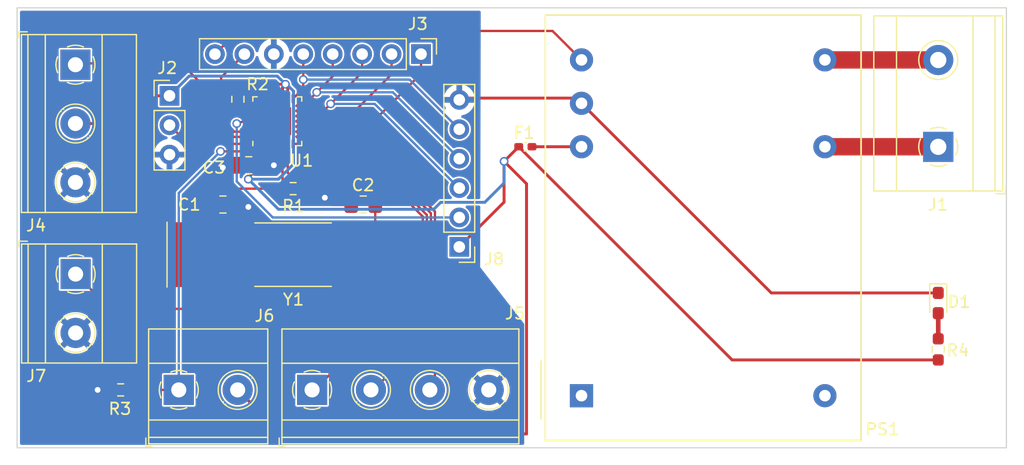
<source format=kicad_pcb>
(kicad_pcb (version 20221018) (generator pcbnew)
  (title_block (title "George-PCB"))
  (layers (0 "F.Cu" signal) (31 "B.Cu" signal) (34 "B.Paste" user) (35 "F.Paste" user) (36 "B.SilkS" user "B.Silkscreen") (37 "F.SilkS" user "F.Silkscreen") (38 "B.Mask" user) (39 "F.Mask" user) (44 "Edge.Cuts" user))
  (net 0 "")
  (net 1 "GND")
  (net 2 "/XTAL1")
  (net 3 "/XTAL2")
  (net 4 "+5V")
  (net 5 "Net-(D1-A)")
  (net 6 "Net-(PS1-Vout1)")
  (net 7 "Net-(J1-Pin_1)")
  (net 8 "Net-(J1-Pin_2)")
  (net 9 "/RF receiver - PWM")
  (net 10 "/SDA{slash}SS")
  (net 11 "/SCK")
  (net 12 "/MOSI")
  (net 13 "/MISO")
  (net 14 "/IRQ")
  (net 15 "/RST")
  (net 16 "+3.3V")
  (net 17 "/IR Sensor - DI")
  (net 18 "/Enable")
  (net 19 "/Inverter PWM")
  (net 20 "/DXN")
  (net 21 "/Switch IN")
  (net 22 "/Flashing Lights")
  (net 23 "/RESET")
  (footprint "Connector_PinHeader_2.54mm:PinHeader_1x06_P2.54mm_Vertical" (layer "F.Cu") (at 90.6 75.65 180)
    (fp_text reference "J8" (at -3 -1.06) (layer "F.SilkS"))
    (fp_text value "Conn_01x06")
    (fp_line (start -1.33 -1.33) (end 0 -1.33) (stroke (width 0.12)) (layer "F.SilkS"))
    (fp_line (start -1.33 0) (end -1.33 -1.33) (stroke (width 0.12)) (layer "F.SilkS"))
    (fp_line (start -1.33 1.27) (end -1.33 14.03) (stroke (width 0.12)) (layer "F.SilkS"))
    (fp_line (start -1.33 1.27) (end 1.33 1.27) (stroke (width 0.12)) (layer "F.SilkS"))
    (fp_line (start -1.33 14.03) (end 1.33 14.03) (stroke (width 0.12)) (layer "F.SilkS"))
    (fp_line (start 1.33 1.27) (end 1.33 14.03) (stroke (width 0.12)) (layer "F.SilkS"))
    (pad "1" thru_hole rect (at 0 0 180) (size 1.7 1.7) (drill 1) (layers "*.Cu" "*.Mask") (net 4 "+5V"))
    (pad "2" thru_hole oval (at 0 2.54 180) (size 1.7 1.7) (drill 1) (layers "*.Cu" "*.Mask") (net 23 "/RESET"))
    (pad "3" thru_hole oval (at 0 5.08 180) (size 1.7 1.7) (drill 1) (layers "*.Cu" "*.Mask") (net 12 "/MOSI"))
    (pad "4" thru_hole oval (at 0 7.62 180) (size 1.7 1.7) (drill 1) (layers "*.Cu" "*.Mask") (net 13 "/MISO"))
    (pad "5" thru_hole oval (at 0 10.16 180) (size 1.7 1.7) (drill 1) (layers "*.Cu" "*.Mask") (net 11 "/SCK"))
    (pad "6" thru_hole oval (at 0 12.7 180) (size 1.7 1.7) (drill 1) (layers "*.Cu" "*.Mask") (net 1 "GND"))
  )
  (footprint "Connector_PinHeader_2.54mm:PinHeader_1x08_P2.54mm_Vertical" (layer "F.Cu") (at 87.3 59 -90)
    (fp_text reference "J3" (at -2.6 0.28) (layer "F.SilkS"))
    (fp_text value "Conn_01x08")
    (fp_line (start -1.33 -1.33) (end 0 -1.33) (stroke (width 0.12)) (layer "F.SilkS"))
    (fp_line (start -1.33 0) (end -1.33 -1.33) (stroke (width 0.12)) (layer "F.SilkS"))
    (fp_line (start -1.33 1.27) (end -1.33 19.11) (stroke (width 0.12)) (layer "F.SilkS"))
    (fp_line (start -1.33 1.27) (end 1.33 1.27) (stroke (width 0.12)) (layer "F.SilkS"))
    (fp_line (start -1.33 19.11) (end 1.33 19.11) (stroke (width 0.12)) (layer "F.SilkS"))
    (fp_line (start 1.33 1.27) (end 1.33 19.11) (stroke (width 0.12)) (layer "F.SilkS"))
    (pad "1" thru_hole rect (at 0 0 270) (size 1.7 1.7) (drill 1) (layers "*.Cu" "*.Mask") (net 15 "/RST"))
    (pad "2" thru_hole oval (at 0 2.54 270) (size 1.7 1.7) (drill 1) (layers "*.Cu" "*.Mask") (net 10 "/SDA{slash}SS"))
    (pad "3" thru_hole oval (at 0 5.08 270) (size 1.7 1.7) (drill 1) (layers "*.Cu" "*.Mask") (net 12 "/MOSI"))
    (pad "4" thru_hole oval (at 0 7.62 270) (size 1.7 1.7) (drill 1) (layers "*.Cu" "*.Mask") (net 13 "/MISO"))
    (pad "5" thru_hole oval (at 0 10.16 270) (size 1.7 1.7) (drill 1) (layers "*.Cu" "*.Mask") (net 11 "/SCK"))
    (pad "6" thru_hole oval (at 0 12.7 270) (size 1.7 1.7) (drill 1) (layers "*.Cu" "*.Mask") (net 1 "GND"))
    (pad "7" thru_hole oval (at 0 15.24 270) (size 1.7 1.7) (drill 1) (layers "*.Cu" "*.Mask") (net 14 "/IRQ"))
    (pad "8" thru_hole oval (at 0 17.78 270) (size 1.7 1.7) (drill 1) (layers "*.Cu" "*.Mask") (net 16 "+3.3V"))
  )
  (footprint "Resistor_SMD:R_0603_1608Metric_Pad0.98x0.95mm_HandSolder" (layer "F.Cu") (at 131.92 84.5 -90)
    (fp_text reference "R4" (at 0.1 -1.7 -180) (layer "F.SilkS"))
    (fp_text value "220R")
    (fp_line (start -0.254724 -0.5225) (end 0.254724 -0.5225) (stroke (width 0.12)) (layer "F.SilkS"))
    (fp_line (start -0.254724 0.5225) (end 0.254724 0.5225) (stroke (width 0.12)) (layer "F.SilkS"))
    (pad "1" smd roundrect (at -0.9125 0 270) (size 0.975 0.95) (layers "F.Cu" "F.Paste" "F.Mask") (net 5 "Net-(D1-A)"))
    (pad "2" smd roundrect (at 0.9125 0 270) (size 0.975 0.95) (layers "F.Cu" "F.Paste" "F.Mask") (net 4 "+5V"))
  )
  (footprint "TerminalBlock_Phoenix:TerminalBlock_Phoenix_MKDS-1,5-2-5.08_1x02_P5.08mm_Horizontal" (layer "F.Cu") (at 57.5 78 -90)
    (fp_text reference "J7" (at 8.8 3.395 -180) (layer "F.SilkS"))
    (fp_text value "Screw_Terminal_01x02")
    (fp_line (start -2.84 4.16) (end -2.84 4.9) (stroke (width 0.12)) (layer "F.SilkS"))
    (fp_line (start -2.84 4.9) (end -2.34 4.9) (stroke (width 0.12)) (layer "F.SilkS"))
    (fp_line (start -2.6 -5.261) (end -2.6 4.66) (stroke (width 0.12)) (layer "F.SilkS"))
    (fp_line (start -2.6 -5.261) (end 7.68 -5.261) (stroke (width 0.12)) (layer "F.SilkS"))
    (fp_line (start -2.6 -2.301) (end 7.68 -2.301) (stroke (width 0.12)) (layer "F.SilkS"))
    (fp_line (start -2.6 2.6) (end 7.68 2.6) (stroke (width 0.12)) (layer "F.SilkS"))
    (fp_line (start -2.6 4.1) (end 7.68 4.1) (stroke (width 0.12)) (layer "F.SilkS"))
    (fp_line (start -2.6 4.66) (end 7.68 4.66) (stroke (width 0.12)) (layer "F.SilkS"))
    (fp_line (start 3.853 1.023) (end 3.806 1.069) (stroke (width 0.12)) (layer "F.SilkS"))
    (fp_line (start 4.046 1.239) (end 4.011 1.274) (stroke (width 0.12)) (layer "F.SilkS"))
    (fp_line (start 6.15 -1.275) (end 6.115 -1.239) (stroke (width 0.12)) (layer "F.SilkS"))
    (fp_line (start 6.355 -1.069) (end 6.308 -1.023) (stroke (width 0.12)) (layer "F.SilkS"))
    (fp_line (start 7.68 -5.261) (end 7.68 4.66) (stroke (width 0.12)) (layer "F.SilkS"))
    (fp_arc (start -1.535427 0.683042) (mid -1.680501 -0.000524) (end -1.535 -0.684) (stroke (width 0.12)) (layer "F.SilkS"))
    (fp_arc (start -0.683042 -1.535427) (mid 0.000524 -1.680501) (end 0.684 -1.535) (stroke (width 0.12)) (layer "F.SilkS"))
    (fp_arc (start 0.028805 1.680253) (mid -0.335551 1.646659) (end -0.684 1.535) (stroke (width 0.12)) (layer "F.SilkS"))
    (fp_arc (start 0.683318 1.534756) (mid 0.349292 1.643288) (end 0 1.68) (stroke (width 0.12)) (layer "F.SilkS"))
    (fp_arc (start 1.535427 -0.683042) (mid 1.680501 0.000524) (end 1.535 0.684) (stroke (width 0.12)) (layer "F.SilkS"))
    (fp_circle (center 5.08 0) (end 6.76 0) (stroke (width 0.12)) (fill none) (layer "F.SilkS"))
    (pad "1" thru_hole rect (at 0 0 270) (size 2.6 2.6) (drill 1.3) (layers "*.Cu" "*.Mask") (net 22 "/Flashing Lights"))
    (pad "2" thru_hole circle (at 5.08 0 270) (size 2.6 2.6) (drill 1.3) (layers "*.Cu" "*.Mask") (net 1 "GND"))
  )
  (footprint "Connector_PinHeader_2.54mm:PinHeader_1x03_P2.54mm_Vertical" (layer "F.Cu") (at 65.6 62.6)
    (fp_text reference "J2" (at -0.2 -2.4) (layer "F.SilkS"))
    (fp_text value "RF Receiver 433MHz")
    (fp_line (start -1.33 -1.33) (end 0 -1.33) (stroke (width 0.12)) (layer "F.SilkS"))
    (fp_line (start -1.33 0) (end -1.33 -1.33) (stroke (width 0.12)) (layer "F.SilkS"))
    (fp_line (start -1.33 1.27) (end -1.33 6.41) (stroke (width 0.12)) (layer "F.SilkS"))
    (fp_line (start -1.33 1.27) (end 1.33 1.27) (stroke (width 0.12)) (layer "F.SilkS"))
    (fp_line (start -1.33 6.41) (end 1.33 6.41) (stroke (width 0.12)) (layer "F.SilkS"))
    (fp_line (start 1.33 1.27) (end 1.33 6.41) (stroke (width 0.12)) (layer "F.SilkS"))
    (pad "1" thru_hole rect (at 0 0) (size 1.7 1.7) (drill 1) (layers "*.Cu" "*.Mask") (net 4 "+5V"))
    (pad "2" thru_hole oval (at 0 2.54) (size 1.7 1.7) (drill 1) (layers "*.Cu" "*.Mask") (net 9 "/RF receiver - PWM"))
    (pad "3" thru_hole oval (at 0 5.08) (size 1.7 1.7) (drill 1) (layers "*.Cu" "*.Mask") (net 1 "GND"))
  )
  (footprint "TerminalBlock_Phoenix:TerminalBlock_Phoenix_MKDS-1,5-3-5.08_1x03_P5.08mm_Horizontal" (layer "F.Cu") (at 57.485 59.915 -90)
    (fp_text reference "J4" (at 13.885 3.395 -180) (layer "F.SilkS"))
    (fp_text value "IR_SENSORT")
    (fp_line (start -2.84 4.16) (end -2.84 4.9) (stroke (width 0.12)) (layer "F.SilkS"))
    (fp_line (start -2.84 4.9) (end -2.34 4.9) (stroke (width 0.12)) (layer "F.SilkS"))
    (fp_line (start -2.6 -5.261) (end -2.6 4.66) (stroke (width 0.12)) (layer "F.SilkS"))
    (fp_line (start -2.6 -5.261) (end 12.76 -5.261) (stroke (width 0.12)) (layer "F.SilkS"))
    (fp_line (start -2.6 -2.301) (end 12.76 -2.301) (stroke (width 0.12)) (layer "F.SilkS"))
    (fp_line (start -2.6 2.6) (end 12.76 2.6) (stroke (width 0.12)) (layer "F.SilkS"))
    (fp_line (start -2.6 4.1) (end 12.76 4.1) (stroke (width 0.12)) (layer "F.SilkS"))
    (fp_line (start -2.6 4.66) (end 12.76 4.66) (stroke (width 0.12)) (layer "F.SilkS"))
    (fp_line (start 3.853 1.023) (end 3.806 1.069) (stroke (width 0.12)) (layer "F.SilkS"))
    (fp_line (start 4.046 1.239) (end 4.011 1.274) (stroke (width 0.12)) (layer "F.SilkS"))
    (fp_line (start 6.15 -1.275) (end 6.115 -1.239) (stroke (width 0.12)) (layer "F.SilkS"))
    (fp_line (start 6.355 -1.069) (end 6.308 -1.023) (stroke (width 0.12)) (layer "F.SilkS"))
    (fp_line (start 8.933 1.023) (end 8.886 1.069) (stroke (width 0.12)) (layer "F.SilkS"))
    (fp_line (start 9.126 1.239) (end 9.091 1.274) (stroke (width 0.12)) (layer "F.SilkS"))
    (fp_line (start 11.23 -1.275) (end 11.195 -1.239) (stroke (width 0.12)) (layer "F.SilkS"))
    (fp_line (start 11.435 -1.069) (end 11.388 -1.023) (stroke (width 0.12)) (layer "F.SilkS"))
    (fp_line (start 12.76 -5.261) (end 12.76 4.66) (stroke (width 0.12)) (layer "F.SilkS"))
    (fp_arc (start -1.535427 0.683042) (mid -1.680501 -0.000524) (end -1.535 -0.684) (stroke (width 0.12)) (layer "F.SilkS"))
    (fp_arc (start -0.683042 -1.535427) (mid 0.000524 -1.680501) (end 0.684 -1.535) (stroke (width 0.12)) (layer "F.SilkS"))
    (fp_arc (start 0.028805 1.680253) (mid -0.335551 1.646659) (end -0.684 1.535) (stroke (width 0.12)) (layer "F.SilkS"))
    (fp_arc (start 0.683318 1.534756) (mid 0.349292 1.643288) (end 0 1.68) (stroke (width 0.12)) (layer "F.SilkS"))
    (fp_arc (start 1.535427 -0.683042) (mid 1.680501 0.000524) (end 1.535 0.684) (stroke (width 0.12)) (layer "F.SilkS"))
    (fp_circle (center 5.08 0) (end 6.76 0) (stroke (width 0.12)) (fill none) (layer "F.SilkS"))
    (fp_circle (center 10.16 0) (end 11.84 0) (stroke (width 0.12)) (fill none) (layer "F.SilkS"))
    (pad "1" thru_hole rect (at 0 0 270) (size 2.6 2.6) (drill 1.3) (layers "*.Cu" "*.Mask") (net 17 "/IR Sensor - DI"))
    (pad "2" thru_hole circle (at 5.08 0 270) (size 2.6 2.6) (drill 1.3) (layers "*.Cu" "*.Mask") (net 4 "+5V"))
    (pad "3" thru_hole circle (at 10.16 0 270) (size 2.6 2.6) (drill 1.3) (layers "*.Cu" "*.Mask") (net 1 "GND"))
  )
  (footprint "TerminalBlock_Phoenix:TerminalBlock_Phoenix_MKDS-1,5-2-5.08_1x02_P5.08mm_Horizontal" (layer "F.Cu") (at 66.4 88)
    (fp_text reference "J6" (at 7.4 -6.4) (layer "F.SilkS"))
    (fp_text value "Screw_Terminal_01x02")
    (fp_line (start -2.84 4.16) (end -2.84 4.9) (stroke (width 0.12)) (layer "F.SilkS"))
    (fp_line (start -2.84 4.9) (end -2.34 4.9) (stroke (width 0.12)) (layer "F.SilkS"))
    (fp_line (start -2.6 -5.261) (end -2.6 4.66) (stroke (width 0.12)) (layer "F.SilkS"))
    (fp_line (start -2.6 -5.261) (end 7.68 -5.261) (stroke (width 0.12)) (layer "F.SilkS"))
    (fp_line (start -2.6 -2.301) (end 7.68 -2.301) (stroke (width 0.12)) (layer "F.SilkS"))
    (fp_line (start -2.6 2.6) (end 7.68 2.6) (stroke (width 0.12)) (layer "F.SilkS"))
    (fp_line (start -2.6 4.1) (end 7.68 4.1) (stroke (width 0.12)) (layer "F.SilkS"))
    (fp_line (start -2.6 4.66) (end 7.68 4.66) (stroke (width 0.12)) (layer "F.SilkS"))
    (fp_line (start 3.853 1.023) (end 3.806 1.069) (stroke (width 0.12)) (layer "F.SilkS"))
    (fp_line (start 4.046 1.239) (end 4.011 1.274) (stroke (width 0.12)) (layer "F.SilkS"))
    (fp_line (start 6.15 -1.275) (end 6.115 -1.239) (stroke (width 0.12)) (layer "F.SilkS"))
    (fp_line (start 6.355 -1.069) (end 6.308 -1.023) (stroke (width 0.12)) (layer "F.SilkS"))
    (fp_line (start 7.68 -5.261) (end 7.68 4.66) (stroke (width 0.12)) (layer "F.SilkS"))
    (fp_arc (start -1.535427 0.683042) (mid -1.680501 -0.000524) (end -1.535 -0.684) (stroke (width 0.12)) (layer "F.SilkS"))
    (fp_arc (start -0.683042 -1.535427) (mid 0.000524 -1.680501) (end 0.684 -1.535) (stroke (width 0.12)) (layer "F.SilkS"))
    (fp_arc (start 0.028805 1.680253) (mid -0.335551 1.646659) (end -0.684 1.535) (stroke (width 0.12)) (layer "F.SilkS"))
    (fp_arc (start 0.683318 1.534756) (mid 0.349292 1.643288) (end 0 1.68) (stroke (width 0.12)) (layer "F.SilkS"))
    (fp_arc (start 1.535427 -0.683042) (mid 1.680501 0.000524) (end 1.535 0.684) (stroke (width 0.12)) (layer "F.SilkS"))
    (fp_circle (center 5.08 0) (end 6.76 0) (stroke (width 0.12)) (fill none) (layer "F.SilkS"))
    (pad "1" thru_hole rect (at 0 0) (size 2.6 2.6) (drill 1.3) (layers "*.Cu" "*.Mask") (net 21 "/Switch IN"))
    (pad "2" thru_hole circle (at 5.08 0) (size 2.6 2.6) (drill 1.3) (layers "*.Cu" "*.Mask") (net 4 "+5V"))
  )
  (footprint "Capacitor_SMD:C_0805_2012Metric_Pad1.18x1.45mm_HandSolder" (layer "F.Cu") (at 82.31375 71.99)
    (fp_text reference "C2" (at -0.01375 -1.67) (layer "F.SilkS"))
    (fp_text value "22pF")
    (fp_line (start -0.261252 -0.735) (end 0.261252 -0.735) (stroke (width 0.12)) (layer "F.SilkS"))
    (fp_line (start -0.261252 0.735) (end 0.261252 0.735) (stroke (width 0.12)) (layer "F.SilkS"))
    (pad "1" smd roundrect (at -1.0375 0) (size 1.175 1.45) (layers "F.Cu" "F.Paste" "F.Mask") (roundrect_rratio 0.212766) (net 1 "GND"))
    (pad "2" smd roundrect (at 1.0375 0) (size 1.175 1.45) (layers "F.Cu" "F.Paste" "F.Mask") (roundrect_rratio 0.212766) (net 3 "/XTAL2"))
  )
  (footprint "Fuse:Fuse_0402_1005Metric_Pad0.77x0.64mm_HandSolder" (layer "F.Cu") (at 96.3 67)
    (fp_text reference "F1" (at -0.1 -1.2) (layer "F.SilkS"))
    (fp_text value "200 mA")
    (fp_line (start -0.1002 -0.36) (end 0.1002 -0.36) (stroke (width 0.12)) (layer "F.SilkS"))
    (fp_line (start -0.1002 0.36) (end 0.1002 0.36) (stroke (width 0.12)) (layer "F.SilkS"))
    (pad "1" smd roundrect (at -0.5725 0) (size 0.765 0.64) (layers "F.Cu" "F.Paste" "F.Mask") (net 4 "+5V"))
    (pad "2" smd roundrect (at 0.5725 0) (size 0.765 0.64) (layers "F.Cu" "F.Paste" "F.Mask") (net 6 "Net-(PS1-Vout1)"))
  )
  (footprint "Package_DFN_QFN:QFN-28-1EP_4x4mm_P0.45mm_EP2.4x2.4mm" (layer "F.Cu") (at 74.9 64.8 90)
    (fp_text reference "U1" (at -3.4 2.1 180) (layer "F.SilkS"))
    (fp_text value "ATmega328-MM")
    (fp_line (start -2.11 2.11) (end -2.11 1.735) (stroke (width 0.12)) (layer "F.SilkS"))
    (fp_line (start -1.735 -2.11) (end -2.11 -2.11) (stroke (width 0.12)) (layer "F.SilkS"))
    (fp_line (start -1.735 2.11) (end -2.11 2.11) (stroke (width 0.12)) (layer "F.SilkS"))
    (fp_line (start 1.735 -2.11) (end 2.11 -2.11) (stroke (width 0.12)) (layer "F.SilkS"))
    (fp_line (start 1.735 2.11) (end 2.11 2.11) (stroke (width 0.12)) (layer "F.SilkS"))
    (fp_line (start 2.11 -2.11) (end 2.11 -1.735) (stroke (width 0.12)) (layer "F.SilkS"))
    (fp_line (start 2.11 2.11) (end 2.11 1.735) (stroke (width 0.12)) (layer "F.SilkS"))
    (pad "1" smd custom (at -1.95 -1.35 90) (size 0.179289 0.179289) (layers "F.Cu" "F.Paste" "F.Mask") (net 9 "/RF receiver - PWM") (options (clearance outline) (anchor circle)) (primitives (gr_poly (pts (xy 0.3375 0.000888) (xy 0.3375 0.0625) (xy -0.3375 0.0625) (xy -0.3375 -0.0625) (xy 0.274112 -0.0625)) (width 0.125) (fill yes))))
    (pad "2" smd roundrect (at -1.95 -0.9 90) (size 0.8 0.25) (layers "F.Cu" "F.Paste" "F.Mask") (net 21 "/Switch IN"))
    (pad "3" smd roundrect (at -1.95 -0.45 90) (size 0.8 0.25) (layers "F.Cu" "F.Paste" "F.Mask") (net 4 "+5V"))
    (pad "4" smd roundrect (at -1.95 0 90) (size 0.8 0.25) (layers "F.Cu" "F.Paste" "F.Mask") (net 1 "GND"))
    (pad "5" smd roundrect (at -1.95 0.45 90) (size 0.8 0.25) (layers "F.Cu" "F.Paste" "F.Mask") (net 2 "/XTAL1"))
    (pad "6" smd roundrect (at -1.95 0.9 90) (size 0.8 0.25) (layers "F.Cu" "F.Paste" "F.Mask") (net 3 "/XTAL2"))
    (pad "7" smd custom (at -1.95 1.35 90) (size 0.179289 0.179289) (layers "F.Cu" "F.Paste" "F.Mask") (net 22 "/Flashing Lights") (options (clearance outline) (anchor circle)) (primitives (gr_poly (pts (xy 0.3375 -0.000888) (xy 0.274112 0.0625) (xy -0.3375 0.0625) (xy -0.3375 -0.0625) (xy 0.3375 -0.0625)) (width 0.125) (fill yes))))
    (pad "8" smd custom (at -1.35 1.95 90) (size 0.179289 0.179289) (layers "F.Cu" "F.Paste" "F.Mask") (net 19 "/Inverter PWM") (options (clearance outline) (anchor circle)) (primitives (gr_poly (pts (xy 0.0625 0.3375) (xy -0.0625 0.3375) (xy -0.0625 -0.274112) (xy 0.000888 -0.3375) (xy 0.0625 -0.3375)) (width 0.125) (fill yes))))
    (pad "9" smd roundrect (at -0.9 1.95 90) (size 0.25 0.8) (layers "F.Cu" "F.Paste" "F.Mask") (net 18 "/Enable"))
    (pad "10" smd roundrect (at -0.45 1.95 90) (size 0.25 0.8) (layers "F.Cu" "F.Paste" "F.Mask") (net 20 "/DXN"))
    (pad "11" smd roundrect (at 0 1.95 90) (size 0.25 0.8) (layers "F.Cu" "F.Paste" "F.Mask") (net 15 "/RST"))
    (pad "12" smd roundrect (at 0.45 1.95 90) (size 0.25 0.8) (layers "F.Cu" "F.Paste" "F.Mask") (net 10 "/SDA{slash}SS"))
    (pad "13" smd roundrect (at 0.9 1.95 90) (size 0.25 0.8) (layers "F.Cu" "F.Paste" "F.Mask") (net 12 "/MOSI"))
    (pad "14" smd custom (at 1.35 1.95 90) (size 0.179289 0.179289) (layers "F.Cu" "F.Paste" "F.Mask") (net 13 "/MISO") (options (clearance outline) (anchor circle)) (primitives (gr_poly (pts (xy 0.0625 -0.274112) (xy 0.0625 0.3375) (xy -0.0625 0.3375) (xy -0.0625 -0.3375) (xy -0.000888 -0.3375)) (width 0.125) (fill yes))))
    (pad "15" smd custom (at 1.95 1.35 90) (size 0.179289 0.179289) (layers "F.Cu" "F.Paste" "F.Mask") (net 11 "/SCK") (options (clearance outline) (anchor circle)) (primitives (gr_poly (pts (xy 0.3375 0.0625) (xy -0.274112 0.0625) (xy -0.3375 -0.000888) (xy -0.3375 -0.0625) (xy 0.3375 -0.0625)) (width 0.125) (fill yes))))
    (pad "16" smd roundrect (at 1.95 0.9 90) (size 0.8 0.25) (layers "F.Cu" "F.Paste" "F.Mask") (net 4 "+5V"))
    (pad "17" smd roundrect (at 1.95 0.45 90) (size 0.8 0.25) (layers "F.Cu" "F.Paste" "F.Mask") (net 4 "+5V"))
    (pad "18" smd roundrect (at 1.95 0 90) (size 0.8 0.25) (layers "F.Cu" "F.Paste" "F.Mask") (net 1 "GND"))
    (pad "19" smd roundrect (at 1.95 -0.45 90) (size 0.8 0.25) (layers "F.Cu" "F.Paste" "F.Mask"))
    (pad "20" smd roundrect (at 1.95 -0.9 90) (size 0.8 0.25) (layers "F.Cu" "F.Paste" "F.Mask"))
    (pad "21" smd custom (at 1.95 -1.35 90) (size 0.179289 0.179289) (layers "F.Cu" "F.Paste" "F.Mask") (options (clearance outline) (anchor circle)) (primitives (gr_poly (pts (xy 0.3375 0.0625) (xy -0.3375 0.0625) (xy -0.3375 0.000888) (xy -0.274112 -0.0625) (xy 0.3375 -0.0625)) (width 0.125) (fill yes))))
    (pad "22" smd custom (at 1.35 -1.95 90) (size 0.179289 0.179289) (layers "F.Cu" "F.Paste" "F.Mask") (options (clearance outline) (anchor circle)) (primitives (gr_poly (pts (xy 0.0625 0.274112) (xy -0.000888 0.3375) (xy -0.0625 0.3375) (xy -0.0625 -0.3375) (xy 0.0625 -0.3375)) (width 0.125) (fill yes))))
    (pad "23" smd roundrect (at 0.9 -1.95 90) (size 0.25 0.8) (layers "F.Cu" "F.Paste" "F.Mask"))
    (pad "24" smd roundrect (at 0.45 -1.95 90) (size 0.25 0.8) (layers "F.Cu" "F.Paste" "F.Mask"))
    (pad "25" smd roundrect (at 0 -1.95 90) (size 0.25 0.8) (layers "F.Cu" "F.Paste" "F.Mask") (net 23 "/RESET"))
    (pad "26" smd roundrect (at -0.45 -1.95 90) (size 0.25 0.8) (layers "F.Cu" "F.Paste" "F.Mask"))
    (pad "27" smd roundrect (at -0.9 -1.95 90) (size 0.25 0.8) (layers "F.Cu" "F.Paste" "F.Mask") (net 14 "/IRQ"))
    (pad "28" smd custom (at -1.35 -1.95 90) (size 0.179289 0.179289) (layers "F.Cu" "F.Paste" "F.Mask") (net 17 "/IR Sensor - DI") (options (clearance outline) (anchor circle)) (primitives (gr_poly (pts (xy 0.0625 0.3375) (xy 0.000888 0.3375) (xy -0.0625 0.274112) (xy -0.0625 -0.3375) (xy 0.0625 -0.3375)) (width 0.125) (fill yes))))
    (pad "29" smd rect (at 0 0 90) (size 2.4 2.4) (layers "F.Cu" "F.Mask") (net 1 "GND"))
  )
  (footprint "Resistor_SMD:R_0603_1608Metric_Pad0.98x0.95mm_HandSolder" (layer "F.Cu") (at 61.3875 88)
    (fp_text reference "R3" (at -0.065 1.64) (layer "F.SilkS"))
    (fp_text value "10k")
    (fp_line (start -0.254724 -0.5225) (end 0.254724 -0.5225) (stroke (width 0.12)) (layer "F.SilkS"))
    (fp_line (start -0.254724 0.5225) (end 0.254724 0.5225) (stroke (width 0.12)) (layer "F.SilkS"))
    (pad "1" smd roundrect (at -0.9125 0) (size 0.975 0.95) (layers "F.Cu" "F.Paste" "F.Mask") (net 1 "GND"))
    (pad "2" smd roundrect (at 0.9125 0) (size 0.975 0.95) (layers "F.Cu" "F.Paste" "F.Mask") (net 21 "/Switch IN"))
  )
  (footprint "Resistor_SMD:R_0603_1608Metric_Pad0.98x0.95mm_HandSolder" (layer "F.Cu") (at 76.2625 70.62 180)
    (fp_text reference "R1" (at -0.0375 -1.5) (layer "F.SilkS"))
    (fp_text value "1M")
    (fp_line (start -0.254724 -0.5225) (end 0.254724 -0.5225) (stroke (width 0.12)) (layer "F.SilkS"))
    (fp_line (start -0.254724 0.5225) (end 0.254724 0.5225) (stroke (width 0.12)) (layer "F.SilkS"))
    (pad "1" smd roundrect (at -0.9125 0 180) (size 0.975 0.95) (layers "F.Cu" "F.Paste" "F.Mask") (net 3 "/XTAL2"))
    (pad "2" smd roundrect (at 0.9125 0 180) (size 0.975 0.95) (layers "F.Cu" "F.Paste" "F.Mask") (net 2 "/XTAL1"))
  )
  (footprint "Crystal:Crystal_SMD_SeikoEpson_MA505-2Pin_12.7x5.1mm_HandSoldering" (layer "F.Cu") (at 76.26125 76.32)
    (fp_text reference "Y1" (at 0.03875 3.88) (layer "F.SilkS"))
    (fp_text value "Crystal")
    (fp_line (start -10.875 -2.8) (end -10.875 2.8) (stroke (width 0.12)) (layer "F.SilkS"))
    (fp_line (start -3.3 -2.74) (end 3.3 -2.74) (stroke (width 0.12)) (layer "F.SilkS"))
    (fp_line (start -3.3 2.74) (end 3.3 2.74) (stroke (width 0.12)) (layer "F.SilkS"))
    (pad "1" smd rect (at -7.0875 0) (size 7.175 5.6) (layers "F.Cu" "F.Paste" "F.Mask") (net 2 "/XTAL1"))
    (pad "2" smd rect (at 7.0875 0) (size 7.175 5.6) (layers "F.Cu" "F.Paste" "F.Mask") (net 3 "/XTAL2"))
  )
  (footprint "Capacitor_SMD:C_0805_2012Metric_Pad1.18x1.45mm_HandSolder" (layer "F.Cu") (at 72.4375 68.6)
    (fp_text reference "C3" (at -3 0.2 180) (layer "F.SilkS"))
    (fp_text value "100nF")
    (fp_line (start -0.261252 -0.735) (end 0.261252 -0.735) (stroke (width 0.12)) (layer "F.SilkS"))
    (fp_line (start -0.261252 0.735) (end 0.261252 0.735) (stroke (width 0.12)) (layer "F.SilkS"))
    (pad "1" smd roundrect (at -1.0375 0) (size 1.175 1.45) (layers "F.Cu" "F.Paste" "F.Mask") (roundrect_rratio 0.212766) (net 1 "GND"))
    (pad "2" smd roundrect (at 1.0375 0) (size 1.175 1.45) (layers "F.Cu" "F.Paste" "F.Mask") (roundrect_rratio 0.212766) (net 4 "+5V"))
  )
  (footprint "TerminalBlock_MetzConnect:TerminalBlock_MetzConnect_Type175_RT02702HBLC_1x02_P7.50mm_Horizontal" (layer "F.Cu") (at 131.92 67.01 90)
    (fp_text reference "J1" (at -4.99 -0.02) (layer "F.SilkS"))
    (fp_text value "Screw_Terminal_01x02")
    (fp_line (start -4.05 4.96) (end -4.05 5.8) (stroke (width 0.12)) (layer "F.SilkS"))
    (fp_line (start -4.05 5.8) (end -3.45 5.8) (stroke (width 0.12)) (layer "F.SilkS"))
    (fp_line (start -3.81 -5.56) (end -3.81 5.56) (stroke (width 0.12)) (layer "F.SilkS"))
    (fp_line (start -3.81 -5.56) (end 11.31 -5.56) (stroke (width 0.12)) (layer "F.SilkS"))
    (fp_line (start -3.81 -3.6) (end 11.31 -3.6) (stroke (width 0.12)) (layer "F.SilkS"))
    (fp_line (start -3.81 3) (end 11.31 3) (stroke (width 0.12)) (layer "F.SilkS"))
    (fp_line (start -3.81 4.9) (end 11.31 4.9) (stroke (width 0.12)) (layer "F.SilkS"))
    (fp_line (start -3.81 5.56) (end 11.31 5.56) (stroke (width 0.12)) (layer "F.SilkS"))
    (fp_line (start 6.273 1.023) (end 6.226 1.069) (stroke (width 0.12)) (layer "F.SilkS"))
    (fp_line (start 6.466 1.239) (end 6.431 1.274) (stroke (width 0.12)) (layer "F.SilkS"))
    (fp_line (start 8.57 -1.275) (end 8.535 -1.239) (stroke (width 0.12)) (layer "F.SilkS"))
    (fp_line (start 8.775 -1.069) (end 8.728 -1.023) (stroke (width 0.12)) (layer "F.SilkS"))
    (fp_line (start 11.31 -5.56) (end 11.31 5.56) (stroke (width 0.12)) (layer "F.SilkS"))
    (fp_arc (start -1.535427 0.683042) (mid -1.680501 -0.000524) (end -1.535 -0.684) (stroke (width 0.12)) (layer "F.SilkS"))
    (fp_arc (start -0.683042 -1.535427) (mid 0.000524 -1.680501) (end 0.684 -1.535) (stroke (width 0.12)) (layer "F.SilkS"))
    (fp_arc (start 0.028805 1.680253) (mid -0.335551 1.646659) (end -0.684 1.535) (stroke (width 0.12)) (layer "F.SilkS"))
    (fp_arc (start 0.683318 1.534756) (mid 0.349292 1.643288) (end 0 1.68) (stroke (width 0.12)) (layer "F.SilkS"))
    (fp_arc (start 1.535427 -0.683042) (mid 1.680501 0.000524) (end 1.535 0.684) (stroke (width 0.12)) (layer "F.SilkS"))
    (fp_circle (center 7.5 0) (end 9.18 0) (stroke (width 0.12)) (fill none) (layer "F.SilkS"))
    (pad "1" thru_hole rect (at 0 0 90) (size 2.6 2.6) (drill 1.4) (layers "*.Cu" "*.Mask") (net 7 "Net-(J1-Pin_1)"))
    (pad "2" thru_hole circle (at 7.5 0 90) (size 2.6 2.6) (drill 1.4) (layers "*.Cu" "*.Mask") (net 8 "Net-(J1-Pin_2)"))
  )
  (footprint "Capacitor_SMD:C_0805_2012Metric_Pad1.18x1.45mm_HandSolder" (layer "F.Cu") (at 70.21125 71.99 180)
    (fp_text reference "C1" (at 2.91125 -0.01) (layer "F.SilkS"))
    (fp_text value "22pF")
    (fp_line (start -0.261252 -0.735) (end 0.261252 -0.735) (stroke (width 0.12)) (layer "F.SilkS"))
    (fp_line (start -0.261252 0.735) (end 0.261252 0.735) (stroke (width 0.12)) (layer "F.SilkS"))
    (pad "1" smd roundrect (at -1.0375 0 180) (size 1.175 1.45) (layers "F.Cu" "F.Paste" "F.Mask") (roundrect_rratio 0.212766) (net 1 "GND"))
    (pad "2" smd roundrect (at 1.0375 0 180) (size 1.175 1.45) (layers "F.Cu" "F.Paste" "F.Mask") (roundrect_rratio 0.212766) (net 2 "/XTAL1"))
  )
  (footprint "Resistor_SMD:R_0603_1608Metric_Pad0.98x0.95mm_HandSolder" (layer "F.Cu") (at 71.5 62.9 90)
    (fp_text reference "R2" (at 1.3 1.7 180) (layer "F.SilkS"))
    (fp_text value "1M")
    (fp_line (start -0.254724 -0.5225) (end 0.254724 -0.5225) (stroke (width 0.12)) (layer "F.SilkS"))
    (fp_line (start -0.254724 0.5225) (end 0.254724 0.5225) (stroke (width 0.12)) (layer "F.SilkS"))
    (pad "1" smd roundrect (at -0.9125 0 90) (size 0.975 0.95) (layers "F.Cu" "F.Paste" "F.Mask") (net 23 "/RESET"))
    (pad "2" smd roundrect (at 0.9125 0 90) (size 0.975 0.95) (layers "F.Cu" "F.Paste" "F.Mask") (net 4 "+5V"))
  )
  (footprint "TerminalBlock_Phoenix:TerminalBlock_Phoenix_MKDS-1,5-4-5.08_1x04_P5.08mm_Horizontal" (layer "F.Cu") (at 77.9 88)
    (fp_text reference "J5" (at 17.5 -6.6) (layer "F.SilkS"))
    (fp_text value "Screw_Terminal_01x04")
    (fp_line (start -2.84 4.16) (end -2.84 4.9) (stroke (width 0.12)) (layer "F.SilkS"))
    (fp_line (start -2.84 4.9) (end -2.34 4.9) (stroke (width 0.12)) (layer "F.SilkS"))
    (fp_line (start -2.6 -5.261) (end -2.6 4.66) (stroke (width 0.12)) (layer "F.SilkS"))
    (fp_line (start -2.6 -5.261) (end 17.84 -5.261) (stroke (width 0.12)) (layer "F.SilkS"))
    (fp_line (start -2.6 -2.301) (end 17.84 -2.301) (stroke (width 0.12)) (layer "F.SilkS"))
    (fp_line (start -2.6 2.6) (end 17.84 2.6) (stroke (width 0.12)) (layer "F.SilkS"))
    (fp_line (start -2.6 4.1) (end 17.84 4.1) (stroke (width 0.12)) (layer "F.SilkS"))
    (fp_line (start -2.6 4.66) (end 17.84 4.66) (stroke (width 0.12)) (layer "F.SilkS"))
    (fp_line (start 3.853 1.023) (end 3.806 1.069) (stroke (width 0.12)) (layer "F.SilkS"))
    (fp_line (start 4.046 1.239) (end 4.011 1.274) (stroke (width 0.12)) (layer "F.SilkS"))
    (fp_line (start 6.15 -1.275) (end 6.115 -1.239) (stroke (width 0.12)) (layer "F.SilkS"))
    (fp_line (start 6.355 -1.069) (end 6.308 -1.023) (stroke (width 0.12)) (layer "F.SilkS"))
    (fp_line (start 8.933 1.023) (end 8.886 1.069) (stroke (width 0.12)) (layer "F.SilkS"))
    (fp_line (start 9.126 1.239) (end 9.091 1.274) (stroke (width 0.12)) (layer "F.SilkS"))
    (fp_line (start 11.23 -1.275) (end 11.195 -1.239) (stroke (width 0.12)) (layer "F.SilkS"))
    (fp_line (start 11.435 -1.069) (end 11.388 -1.023) (stroke (width 0.12)) (layer "F.SilkS"))
    (fp_line (start 14.013 1.023) (end 13.966 1.069) (stroke (width 0.12)) (layer "F.SilkS"))
    (fp_line (start 14.206 1.239) (end 14.171 1.274) (stroke (width 0.12)) (layer "F.SilkS"))
    (fp_line (start 16.31 -1.275) (end 16.275 -1.239) (stroke (width 0.12)) (layer "F.SilkS"))
    (fp_line (start 16.515 -1.069) (end 16.468 -1.023) (stroke (width 0.12)) (layer "F.SilkS"))
    (fp_line (start 17.84 -5.261) (end 17.84 4.66) (stroke (width 0.12)) (layer "F.SilkS"))
    (fp_arc (start -1.535427 0.683042) (mid -1.680501 -0.000524) (end -1.535 -0.684) (stroke (width 0.12)) (layer "F.SilkS"))
    (fp_arc (start -0.683042 -1.535427) (mid 0.000524 -1.680501) (end 0.684 -1.535) (stroke (width 0.12)) (layer "F.SilkS"))
    (fp_arc (start 0.028805 1.680253) (mid -0.335551 1.646659) (end -0.684 1.535) (stroke (width 0.12)) (layer "F.SilkS"))
    (fp_arc (start 0.683318 1.534756) (mid 0.349292 1.643288) (end 0 1.68) (stroke (width 0.12)) (layer "F.SilkS"))
    (fp_arc (start 1.535427 -0.683042) (mid 1.680501 0.000524) (end 1.535 0.684) (stroke (width 0.12)) (layer "F.SilkS"))
    (fp_circle (center 5.08 0) (end 6.76 0) (stroke (width 0.12)) (fill none) (layer "F.SilkS"))
    (fp_circle (center 10.16 0) (end 11.84 0) (stroke (width 0.12)) (fill none) (layer "F.SilkS"))
    (fp_circle (center 15.24 0) (end 16.92 0) (stroke (width 0.12)) (fill none) (layer "F.SilkS"))
    (pad "1" thru_hole rect (at 0 0) (size 2.6 2.6) (drill 1.3) (layers "*.Cu" "*.Mask") (net 19 "/Inverter PWM"))
    (pad "2" thru_hole circle (at 5.08 0) (size 2.6 2.6) (drill 1.3) (layers "*.Cu" "*.Mask") (net 18 "/Enable"))
    (pad "3" thru_hole circle (at 10.16 0) (size 2.6 2.6) (drill 1.3) (layers "*.Cu" "*.Mask") (net 20 "/DXN"))
    (pad "4" thru_hole circle (at 15.24 0) (size 2.6 2.6) (drill 1.3) (layers "*.Cu" "*.Mask") (net 1 "GND"))
  )
  (footprint "Converter_ACDC:Converter_ACDC_TRACO_TMLM-04_THT" (layer "F.Cu") (at 101.1425 88.5 90)
    (fp_text reference "PS1" (at -2.9 25.9575 180) (layer "F.SilkS"))
    (fp_text value "TMLM04253")
    (fp_line (start -3.87 -3.12) (end -3.87 24.12) (stroke (width 0.15)) (layer "F.SilkS"))
    (fp_line (start -3.87 -3.12) (end 32.87 -3.12) (stroke (width 0.15)) (layer "F.SilkS"))
    (fp_line (start -3.87 24.12) (end 32.87 24.12) (stroke (width 0.15)) (layer "F.SilkS"))
    (fp_line (start -2 -3.5) (end 3 -3.5) (stroke (width 0.12)) (layer "F.SilkS"))
    (fp_line (start 32.87 -3.12) (end 32.87 24.12) (stroke (width 0.15)) (layer "F.SilkS"))
    (pad "1" thru_hole rect (at 0 0 90) (size 2 2) (drill 1) (layers "*.Cu" "*.Mask"))
    (pad "2" thru_hole circle (at 21.5 0 90) (size 2 2) (drill 1) (layers "*.Cu" "*.Mask") (net 6 "Net-(PS1-Vout1)"))
    (pad "3" thru_hole circle (at 25.25 0 90) (size 2 2) (drill 1) (layers "*.Cu" "*.Mask") (net 1 "GND"))
    (pad "4" thru_hole circle (at 29 0 90) (size 2 2) (drill 1) (layers "*.Cu" "*.Mask") (net 16 "+3.3V"))
    (pad "5" thru_hole circle (at 29 21 90) (size 2 2) (drill 1) (layers "*.Cu" "*.Mask") (net 8 "Net-(J1-Pin_2)"))
    (pad "6" thru_hole circle (at 21.5 21 90) (size 2 2) (drill 1) (layers "*.Cu" "*.Mask") (net 7 "Net-(J1-Pin_1)"))
    (pad "7" thru_hole circle (at 0 21 90) (size 2 2) (drill 1) (layers "*.Cu" "*.Mask"))
  )
  (footprint "LED_SMD:LED_0603_1608Metric_Pad1.05x0.95mm_HandSolder" (layer "F.Cu") (at 131.92 80.5 -90)
    (fp_text reference "D1" (at -0.1 -1.8 -180) (layer "F.SilkS"))
    (fp_text value "LED")
    (fp_line (start -1.66 -0.735) (end -1.66 0.735) (stroke (width 0.12)) (layer "F.SilkS"))
    (fp_line (start -1.66 0.735) (end 0.8 0.735) (stroke (width 0.12)) (layer "F.SilkS"))
    (fp_line (start 0.8 -0.735) (end -1.66 -0.735) (stroke (width 0.12)) (layer "F.SilkS"))
    (pad "1" smd roundrect (at -0.875 0 270) (size 1.05 0.95) (layers "F.Cu" "F.Paste" "F.Mask") (net 1 "GND"))
    (pad "2" smd roundrect (at 0.875 0 270) (size 1.05 0.95) (layers "F.Cu" "F.Paste" "F.Mask") (net 5 "Net-(D1-A)"))
  )
  (gr_rect (start 52.45 55) (end 137.8 93) (stroke (width 0.1)) (fill none) (layer "Edge.Cuts"))
  (segment (start 100.6925 62.8) (end 90.75 62.8) (width 0.25) (layer "F.Cu") (net 1))
  (segment (start 117.5175 79.625) (end 101.1425 63.25) (width 0.25) (layer "F.Cu") (net 1))
  (segment (start 74.9 68.3) (end 74.6 68.6) (width 0.25) (layer "F.Cu") (net 1))
  (segment (start 70.4 68.6) (end 70.2 68.8) (width 0.25) (layer "F.Cu") (net 1))
  (segment (start 74.9 62.85) (end 74.9 66.75) (width 0.25) (layer "F.Cu") (net 1))
  (segment (start 72.19 71.99) (end 72.4 72.2) (width 0.25) (layer "F.Cu") (net 1))
  (segment (start 74.9 66.75) (end 74.9 68.3) (width 0.25) (layer "F.Cu") (net 1))
  (segment (start 79.59 71.99) (end 79 71.4) (width 0.25) (layer "F.Cu") (net 1))
  (segment (start 81.27625 71.99) (end 79.59 71.99) (width 0.25) (layer "F.Cu") (net 1))
  (segment (start 101.1425 63.25) (end 100.6925 62.8) (width 0.25) (layer "F.Cu") (net 1))
  (segment (start 90.75 62.8) (end 90.6 62.95) (width 0.25) (layer "F.Cu") (net 1))
  (segment (start 60.475 88) (end 59.4 88) (width 0.25) (layer "F.Cu") (net 1))
  (segment (start 131.92 79.625) (end 117.5175 79.625) (width 0.25) (layer "F.Cu") (net 1))
  (segment (start 71.4 68.6) (end 70.4 68.6) (width 0.25) (layer "F.Cu") (net 1))
  (segment (start 71.24875 71.99) (end 72.19 71.99) (width 0.25) (layer "F.Cu") (net 1))
  (via (at 72.4 72.2) (size 0.75) (drill 0.5) (layers "F.Cu" "B.Cu") (net 1))
  (via (at 74.6 68.6) (size 0.75) (drill 0.5) (layers "F.Cu" "B.Cu") (net 1))
  (via (at 59.4 88) (size 0.75) (drill 0.5) (layers "F.Cu" "B.Cu") (net 1))
  (via (at 79 71.4) (size 0.75) (drill 0.5) (layers "F.Cu" "B.Cu") (net 1))
  (via (at 70.2 68.8) (size 0.75) (drill 0.5) (layers "F.Cu" "B.Cu") (net 1))
  (segment (start 69.17375 76.32) (end 69.17375 71.99) (width 0.2) (layer "F.Cu") (net 2))
  (segment (start 70.54375 70.62) (end 75.35 70.62) (width 0.2) (layer "F.Cu") (net 2))
  (segment (start 69.17375 71.99) (end 70.54375 70.62) (width 0.2) (layer "F.Cu") (net 2))
  (segment (start 75.35 70.62) (end 75.35 66.75) (width 0.2) (layer "F.Cu") (net 2))
  (segment (start 83.34875 76.32) (end 83.34875 71.9925) (width 0.2) (layer "F.Cu") (net 3))
  (segment (start 77.175 70.62) (end 75.8 69.245) (width 0.2) (layer "F.Cu") (net 3))
  (segment (start 75.8 69.245) (end 75.8 66.75) (width 0.2) (layer "F.Cu") (net 3))
  (segment (start 81.98125 70.62) (end 83.35125 71.99) (width 0.2) (layer "F.Cu") (net 3))
  (segment (start 83.34875 71.9925) (end 83.35125 71.99) (width 0.2) (layer "F.Cu") (net 3))
  (segment (start 77.175 70.62) (end 81.98125 70.62) (width 0.2) (layer "F.Cu") (net 3))
  (segment (start 75.6 61.6) (end 75.8 61.8) (width 0.25) (layer "F.Cu") (net 4))
  (segment (start 75.6 61.6) (end 75.35 61.85) (width 0.25) (layer "F.Cu") (net 4))
  (segment (start 94.46375 71.78625) (end 94.46375 68.26375) (width 0.25) (layer "F.Cu") (net 4))
  (segment (start 75.8 61.8) (end 75.8 62.85) (width 0.25) (layer "F.Cu") (net 4))
  (segment (start 75.35 61.85) (end 75.35 62.85) (width 0.25) (layer "F.Cu") (net 4))
  (segment (start 131.92 85.4125) (end 114.14 85.4125) (width 0.25) (layer "F.Cu") (net 4))
  (segment (start 72.4 69.8) (end 72.4 69.675) (width 0.25) (layer "F.Cu") (net 4))
  (segment (start 96.4 70.2) (end 94.46375 68.26375) (width 0.25) (layer "F.Cu") (net 4))
  (segment (start 75.28 91.8) (end 96.4 91.8) (width 0.25) (layer "F.Cu") (net 4))
  (segment (start 72.4 69.675) (end 73.475 68.6) (width 0.25) (layer "F.Cu") (net 4))
  (segment (start 96.4 91.8) (end 96.4 70.2) (width 0.25) (layer "F.Cu") (net 4))
  (segment (start 71.8875 61.6) (end 75.6 61.6) (width 0.25) (layer "F.Cu") (net 4))
  (segment (start 90.6 75.65) (end 94.46375 71.78625) (width 0.25) (layer "F.Cu") (net 4))
  (segment (start 94.46375 68.26375) (end 95.7275 67) (width 0.25) (layer "F.Cu") (net 4))
  (segment (start 71.5 61.9875) (end 71.8875 61.6) (width 0.25) (layer "F.Cu") (net 4))
  (segment (start 73.475 68.6) (end 74.45 67.625) (width 0.25) (layer "F.Cu") (net 4))
  (segment (start 57.485 64.995) (end 61.405 64.995) (width 0.25) (layer "F.Cu") (net 4))
  (segment (start 71.48 88) (end 75.28 91.8) (width 0.25) (layer "F.Cu") (net 4))
  (segment (start 63.8 62.6) (end 65.6 62.6) (width 0.25) (layer "F.Cu") (net 4))
  (segment (start 74.45 67.625) (end 74.45 66.75) (width 0.25) (layer "F.Cu") (net 4))
  (segment (start 61.405 64.995) (end 63.8 62.6) (width 0.25) (layer "F.Cu") (net 4))
  (segment (start 114.14 85.4125) (end 95.7275 67) (width 0.25) (layer "F.Cu") (net 4))
  (via (at 94.46375 68.26375) (size 0.75) (drill 0.5) (layers "F.Cu" "B.Cu") (net 4))
  (via (at 72.4 69.8) (size 0.75) (drill 0.5) (layers "F.Cu" "B.Cu") (net 4))
  (via (at 75.6 61.6) (size 0.75) (drill 0.5) (layers "F.Cu" "B.Cu") (net 4))
  (segment (start 75.7 61.6) (end 75.6 61.6) (width 0.25) (layer "B.Cu") (net 4))
  (segment (start 89 71.8) (end 92.8 71.8) (width 0.25) (layer "B.Cu") (net 4))
  (segment (start 76.3 62.2) (end 75.7 61.6) (width 0.25) (layer "B.Cu") (net 4))
  (segment (start 92.8 71.8) (end 94.46375 70.13625) (width 0.25) (layer "B.Cu") (net 4))
  (segment (start 72.4 69.8) (end 75 72.4) (width 0.25) (layer "B.Cu") (net 4))
  (segment (start 74.9 60.9) (end 67.3 60.9) (width 0.25) (layer "B.Cu") (net 4))
  (segment (start 75 72.4) (end 88.4 72.4) (width 0.25) (layer "B.Cu") (net 4))
  (segment (start 88.4 72.4) (end 89 71.8) (width 0.25) (layer "B.Cu") (net 4))
  (segment (start 76.3 68.5) (end 76.3 62.2) (width 0.25) (layer "B.Cu") (net 4))
  (segment (start 75 69.8) (end 76.3 68.5) (width 0.25) (layer "B.Cu") (net 4))
  (segment (start 67.3 60.9) (end 65.6 62.6) (width 0.25) (layer "B.Cu") (net 4))
  (segment (start 94.46375 70.13625) (end 94.46375 68.26375) (width 0.25) (layer "B.Cu") (net 4))
  (segment (start 72.4 69.8) (end 75 69.8) (width 0.25) (layer "B.Cu") (net 4))
  (segment (start 75.6 61.6) (end 74.9 60.9) (width 0.25) (layer "B.Cu") (net 4))
  (segment (start 131.92 81.375) (end 131.92 83.5875) (width 0.4) (layer "F.Cu") (net 5))
  (segment (start 101.1425 67) (end 96.8725 67) (width 0.25) (layer "F.Cu") (net 6))
  (segment (start 122.1425 67) (end 131.91 67) (width 1.5) (layer "F.Cu") (net 7))
  (segment (start 131.91 67) (end 131.92 67.01) (width 1.5) (layer "F.Cu") (net 7))
  (segment (start 122.1425 59.5) (end 131.91 59.5) (width 1.5) (layer "F.Cu") (net 8))
  (segment (start 131.91 59.5) (end 131.92 59.51) (width 1.5) (layer "F.Cu") (net 8))
  (segment (start 67.21 66.75) (end 73.55 66.75) (width 0.2) (layer "F.Cu") (net 9))
  (segment (start 65.6 65.14) (end 67.21 66.75) (width 0.2) (layer "F.Cu") (net 9))
  (segment (start 84.76 60.74) (end 81.15 64.35) (width 0.2) (layer "F.Cu") (net 10))
  (segment (start 84.76 59) (end 84.76 60.74) (width 0.2) (layer "F.Cu") (net 10))
  (segment (start 81.15 64.35) (end 76.85 64.35) (width 0.2) (layer "F.Cu") (net 10))
  (segment (start 77.14 61.96) (end 76.25 62.85) (width 0.2) (layer "F.Cu") (net 11))
  (segment (start 77.14 61.2) (end 77.14 61.96) (width 0.2) (layer "F.Cu") (net 11))
  (segment (start 77.14 61.2) (end 77.14 59) (width 0.2) (layer "F.Cu") (net 11))
  (via (at 77.14 61.2) (size 0.75) (drill 0.5) (layers "F.Cu" "B.Cu") (net 11))
  (segment (start 90.6 65.49) (end 86.31 61.2) (width 0.2) (layer "B.Cu") (net 11))
  (segment (start 86.31 61.2) (end 77.14 61.2) (width 0.2) (layer "B.Cu") (net 11))
  (segment (start 78.9 63.9) (end 76.85 63.9) (width 0.2) (layer "F.Cu") (net 12))
  (segment (start 79.5 63.3) (end 78.9 63.9) (width 0.2) (layer "F.Cu") (net 12))
  (segment (start 82.22 60.58) (end 82.22 59) (width 0.2) (layer "F.Cu") (net 12))
  (segment (start 79.5 63.3) (end 82.22 60.58) (width 0.2) (layer "F.Cu") (net 12))
  (via (at 79.5 63.3) (size 0.75) (drill 0.5) (layers "F.Cu" "B.Cu") (net 12))
  (segment (start 83.3 63.3) (end 79.5 63.3) (width 0.2) (layer "B.Cu") (net 12))
  (segment (start 90.57 70.57) (end 83.3 63.3) (width 0.2) (layer "B.Cu") (net 12))
  (segment (start 79.68 60.92) (end 79.68 59) (width 0.2) (layer "F.Cu") (net 13))
  (segment (start 77.15 63.45) (end 76.85 63.45) (width 0.2) (layer "F.Cu") (net 13))
  (segment (start 78.3 62.3) (end 79.68 60.92) (width 0.2) (layer "F.Cu") (net 13))
  (segment (start 78.3 62.3) (end 77.15 63.45) (width 0.2) (layer "F.Cu") (net 13))
  (via (at 78.3 62.3) (size 0.75) (drill 0.5) (layers "F.Cu" "B.Cu") (net 13))
  (segment (start 90.6 68.03) (end 84.87 62.3) (width 0.2) (layer "B.Cu") (net 13))
  (segment (start 84.87 62.3) (end 78.3 62.3) (width 0.2) (layer "B.Cu") (net 13))
  (segment (start 72.95 65.7) (end 71.194974 65.7) (width 0.2) (layer "F.Cu") (net 14))
  (segment (start 70.05 61.01) (end 72.06 59) (width 0.2) (layer "F.Cu") (net 14))
  (segment (start 70.05 64.555026) (end 70.05 61.01) (width 0.2) (layer "F.Cu") (net 14))
  (segment (start 71.194974 65.7) (end 70.05 64.555026) (width 0.2) (layer "F.Cu") (net 14))
  (segment (start 76.85 64.8) (end 83.2 64.8) (width 0.2) (layer "F.Cu") (net 15))
  (segment (start 87.3 60.7) (end 87.3 59) (width 0.2) (layer "F.Cu") (net 15))
  (segment (start 83.2 64.8) (end 87.3 60.7) (width 0.2) (layer "F.Cu") (net 15))
  (segment (start 71.52 57) (end 98.6425 57) (width 0.2) (layer "F.Cu") (net 16))
  (segment (start 98.6425 57) (end 101.1425 59.5) (width 0.2) (layer "F.Cu") (net 16))
  (segment (start 69.52 59) (end 71.52 57) (width 0.2) (layer "F.Cu") (net 16))
  (segment (start 69.7 62.9) (end 66.6 59.8) (width 0.2) (layer "F.Cu") (net 17))
  (segment (start 57.6 59.8) (end 57.485 59.915) (width 0.2) (layer "F.Cu") (net 17))
  (segment (start 66.6 59.8) (end 57.6 59.8) (width 0.2) (layer "F.Cu") (net 17))
  (segment (start 71.15 66.15) (end 69.7 64.7) (width 0.2) (layer "F.Cu") (net 17))
  (segment (start 72.95 66.15) (end 71.15 66.15) (width 0.2) (layer "F.Cu") (net 17))
  (segment (start 69.7 64.7) (end 69.7 62.9) (width 0.2) (layer "F.Cu") (net 17))
  (segment (start 88.15 72.744974) (end 88.15 83.03) (width 0.2) (layer "F.Cu") (net 18))
  (segment (start 81.105026 65.7) (end 88.15 72.744974) (width 0.2) (layer "F.Cu") (net 18))
  (segment (start 76.85 65.7) (end 81.105026 65.7) (width 0.2) (layer "F.Cu") (net 18))
  (segment (start 88.15 83.03) (end 82.98 88.2) (width 0.2) (layer "F.Cu") (net 18))
  (segment (start 82.7 83.4) (end 77.9 88.2) (width 0.2) (layer "F.Cu") (net 19))
  (segment (start 87.8 82.885026) (end 87.285026 83.4) (width 0.2) (layer "F.Cu") (net 19))
  (segment (start 81.060052 66.15) (end 87.8 72.889948) (width 0.2) (layer "F.Cu") (net 19))
  (segment (start 87.285026 83.4) (end 82.7 83.4) (width 0.2) (layer "F.Cu") (net 19))
  (segment (start 87.8 72.889948) (end 87.8 82.885026) (width 0.2) (layer "F.Cu") (net 19))
  (segment (start 76.85 66.15) (end 81.060052 66.15) (width 0.2) (layer "F.Cu") (net 19))
  (segment (start 81.15 65.25) (end 88.5 72.6) (width 0.2) (layer "F.Cu") (net 20))
  (segment (start 88.5 87.76) (end 88.06 88.2) (width 0.2) (layer "F.Cu") (net 20))
  (segment (start 88.5 72.6) (end 88.5 87.76) (width 0.2) (layer "F.Cu") (net 20))
  (segment (start 76.85 65.25) (end 81.15 65.25) (width 0.2) (layer "F.Cu") (net 20))
  (segment (start 73.741942 67.4) (end 70 67.4) (width 0.2) (layer "F.Cu") (net 21))
  (segment (start 74 66.75) (end 74 67.141942) (width 0.2) (layer "F.Cu") (net 21))
  (segment (start 74 67.141942) (end 73.741942 67.4) (width 0.2) (layer "F.Cu") (net 21))
  (segment (start 62.3 88) (end 66.4 88) (width 0.2) (layer "F.Cu") (net 21))
  (via (at 70 67.4) (size 0.75) (drill 0.5) (layers "F.Cu" "B.Cu") (net 21))
  (segment (start 66.4 71) (end 66.4 88) (width 0.2) (layer "B.Cu") (net 21))
  (segment (start 70 67.4) (end 66.4 71) (width 0.2) (layer "B.Cu") (net 21))
  (segment (start 87.45 73.034922) (end 87.45 79.55) (width 0.2) (layer "F.Cu") (net 22))
  (segment (start 87.45 79.55) (end 86 81) (width 0.2) (layer "F.Cu") (net 22))
  (segment (start 76.25 66.75) (end 81.165078 66.75) (width 0.2) (layer "F.Cu") (net 22))
  (segment (start 86 81) (end 60.5 81) (width 0.2) (layer "F.Cu") (net 22))
  (segment (start 60.5 81) (end 57.5 78) (width 0.2) (layer "F.Cu") (net 22))
  (segment (start 81.165078 66.75) (end 87.45 73.034922) (width 0.2) (layer "F.Cu") (net 22))
  (segment (start 72.4875 64.8) (end 71.5 63.8125) (width 0.2) (layer "F.Cu") (net 23))
  (segment (start 72.95 64.8) (end 72 64.8) (width 0.2) (layer "F.Cu") (net 23))
  (segment (start 72 64.8) (end 71.4 65) (width 0.2) (layer "F.Cu") (net 23))
  (segment (start 72.95 64.8) (end 72.4875 64.8) (width 0.2) (layer "F.Cu") (net 23))
  (via (at 71.4 65) (size 0.75) (drill 0.5) (layers "F.Cu" "B.Cu") (net 23))
  (segment (start 71.4 70) (end 71.4 65) (width 0.2) (layer "B.Cu") (net 23))
  (segment (start 90.6 73.11) (end 74.51 73.11) (width 0.2) (layer "B.Cu") (net 23))
  (segment (start 74.51 73.11) (end 71.4 70) (width 0.2) (layer "B.Cu") (net 23))
  (zone (net 1) (net_name "GND") (layer "B.Cu") (connect_pads thru_hole_only (clearance 0)) (min_thickness 0.25) (fill yes (thermal_gap 0.5) (thermal_bridge_width 0.5))
    (polygon (pts (xy 52.45 93) (xy 96.2 93) (xy 96.2 82.3) (xy 92.4 77.4) (xy 92.45 55.05) (xy 52.45 55)))
  )
)
</source>
